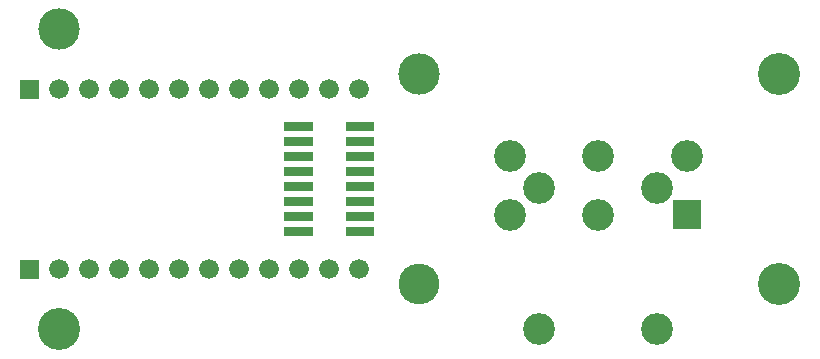
<source format=gts>
G04 start of page 6 for group -4063 idx -4063 *
G04 Title: (unknown), componentmask *
G04 Creator: pcb 4.3.0 *
G04 CreationDate: Wed Mar 23 17:19:41 2022 UTC *
G04 For: steve *
G04 Format: Gerber/RS-274X *
G04 PCB-Dimensions (mil): 3200.00 1400.00 *
G04 PCB-Coordinate-Origin: lower left *
%MOIN*%
%FSLAX25Y25*%
%LNGTS*%
%ADD36C,0.1400*%
%ADD35C,0.1380*%
%ADD34C,0.1360*%
%ADD33C,0.1060*%
%ADD32C,0.0660*%
%ADD31C,0.0001*%
G54D31*G36*
X46700Y43300D02*Y36700D01*
X53300D01*
Y43300D01*
X46700D01*
G37*
G54D32*X60000Y40000D03*
X70000D03*
X80000D03*
X90000D03*
X100000D03*
X110000D03*
X120000D03*
X80000Y100000D03*
X90000D03*
X100000D03*
X110000D03*
G54D31*G36*
X46700Y103300D02*Y96700D01*
X53300D01*
Y103300D01*
X46700D01*
G37*
G54D32*X60000Y100000D03*
X70000D03*
X120000D03*
X130000D03*
X140000D03*
X150000D03*
X160000D03*
X130000Y40000D03*
X140000D03*
X150000D03*
X160000D03*
G54D33*X210100Y58200D03*
X220000Y67300D03*
X210100Y77900D03*
X220000Y20000D03*
X239600Y77900D03*
Y58200D03*
X259300Y67300D03*
Y20000D03*
X269200Y77900D03*
G54D31*G36*
X264400Y63000D02*Y53400D01*
X274000D01*
Y63000D01*
X264400D01*
G37*
G54D34*X180000Y35000D03*
G54D35*Y105000D03*
G54D36*X300000D03*
Y35000D03*
X60000Y20000D03*
G54D35*Y120000D03*
G54D31*G36*
X135000Y74000D02*Y71000D01*
X144500D01*
Y74000D01*
X135000D01*
G37*
G36*
Y69000D02*Y66000D01*
X144500D01*
Y69000D01*
X135000D01*
G37*
G36*
Y64000D02*Y61000D01*
X144500D01*
Y64000D01*
X135000D01*
G37*
G36*
Y59000D02*Y56000D01*
X144500D01*
Y59000D01*
X135000D01*
G37*
G36*
Y89000D02*Y86000D01*
X144500D01*
Y89000D01*
X135000D01*
G37*
G36*
Y84000D02*Y81000D01*
X144500D01*
Y84000D01*
X135000D01*
G37*
G36*
Y79000D02*Y76000D01*
X144500D01*
Y79000D01*
X135000D01*
G37*
G36*
Y54000D02*Y51000D01*
X144500D01*
Y54000D01*
X135000D01*
G37*
G36*
X155500D02*Y51000D01*
X165000D01*
Y54000D01*
X155500D01*
G37*
G36*
Y59000D02*Y56000D01*
X165000D01*
Y59000D01*
X155500D01*
G37*
G36*
Y64000D02*Y61000D01*
X165000D01*
Y64000D01*
X155500D01*
G37*
G36*
Y69000D02*Y66000D01*
X165000D01*
Y69000D01*
X155500D01*
G37*
G36*
Y74000D02*Y71000D01*
X165000D01*
Y74000D01*
X155500D01*
G37*
G36*
Y79000D02*Y76000D01*
X165000D01*
Y79000D01*
X155500D01*
G37*
G36*
Y84000D02*Y81000D01*
X165000D01*
Y84000D01*
X155500D01*
G37*
G36*
Y89000D02*Y86000D01*
X165000D01*
Y89000D01*
X155500D01*
G37*
M02*

</source>
